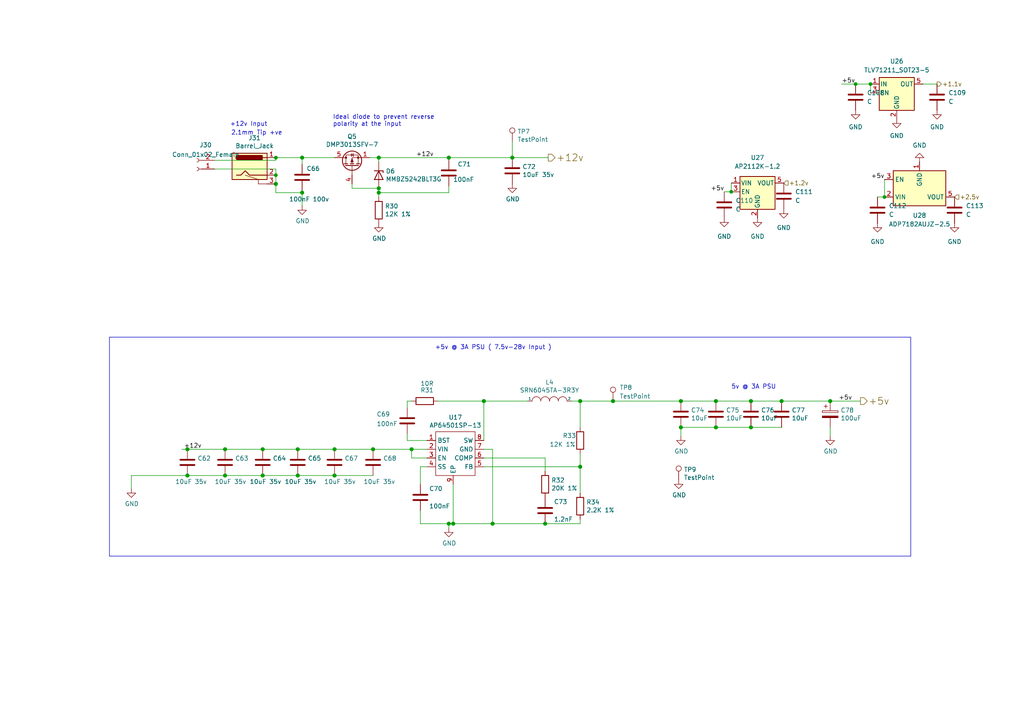
<source format=kicad_sch>
(kicad_sch (version 20210621) (generator eeschema)
  (paper "A4")
  (title_block (title "Compute Module 4 IO Board - PSUs") (company "(c) Raspberry Pi Trading 2020") (comment 1 "www.raspberrypi.org"))
  (lib_symbols
    (symbol "CM4IO:AP64351"
      (property "Reference" "U" (at 0 8.89 0))
      (property "Value" "AP64351" (at 1.27 6.35 0))
      (symbol "AP64351_0_1"
        (rectangle (start -5.08 5.08) (end 6.35 -7.62))
      )
      (symbol "AP64351_1_1"
        (pin passive line (at -7.62 2.54 0) (length 2.54) (name "BST") (number "1"))
        (pin power_in line (at -7.62 0 0) (length 2.54) (name "VIN") (number "2"))
        (pin input line (at -7.62 -2.54 0) (length 2.54) (name "EN") (number "3"))
        (pin input line (at -7.62 -5.08 0) (length 2.54) (name "SS") (number "4"))
        (pin input line (at 8.89 -5.08 180) (length 2.54) (name "FB") (number "5"))
        (pin input line (at 8.89 -2.54 180) (length 2.54) (name "COMP") (number "6"))
        (pin power_in line (at 8.89 0 180) (length 2.54) (name "GND") (number "7"))
        (pin output line (at 8.89 2.54 180) (length 2.54) (name "SW") (number "8"))
        (pin passive line (at 0 -10.16 90) (length 2.54) (name "EP") (number "9"))
      )
    )
    (symbol "CM4IO:Barrel_Jack"
      (property "Reference" "J" (at 0 5.334 0))
      (property "Value" "Barrel_Jack" (at 0 -5.08 0))
      (symbol "Barrel_Jack_0_1"
        (rectangle (start -5.08 3.81) (end 5.08 -3.81) (stroke (width 0.254)) (fill (type background)))
        (arc (start -3.302 3.175) (mid -3.937 2.54) (end -3.302 1.905) (stroke (width 0.254)))
        (arc (start -3.302 3.175) (mid -3.937 2.54) (end -3.302 1.905) (stroke (width 0.254)) (fill (type outline)))
        (polyline (pts (xy 5.08 2.54) (xy 3.81 2.54)) (stroke (width 0.254)))
        (polyline (pts (xy 5.08 -5.08) (xy 2.54 -5.08) (xy 2.54 -3.81) (xy -1.27 -2.54)))
        (polyline (pts (xy -3.81 -2.54) (xy -2.54 -2.54) (xy -1.27 -1.27) (xy 0 -2.54) (xy 2.54 -2.54) (xy 5.08 -2.54)) (stroke (width 0.254)))
        (rectangle (start 3.683 3.175) (end -3.302 1.905) (stroke (width 0.254)) (fill (type outline)))
      )
      (symbol "Barrel_Jack_1_1"
        (pin passive line (at 7.62 2.54 180) (length 2.54) (name "~") (number "1"))
        (pin passive line (at 7.62 -2.54 180) (length 2.54) (name "~") (number "2"))
        (pin passive line (at 7.62 -5.08 180) (length 2.54) (name "~") (number "3"))
      )
    )
    (symbol "Connector:Conn_01x02_Female" (pin_names (offset 1.016) hide)
      (property "Reference" "J" (at 0 2.54 0))
      (property "Value" "Conn_01x02_Female" (at 0 -5.08 0))
      (symbol "Conn_01x02_Female_1_1"
        (arc (start 0 -2.032) (mid -0.508 -2.54) (end 0 -3.048) (stroke (width 0.1524)))
        (polyline (pts (xy -1.27 -2.54) (xy -0.508 -2.54)) (stroke (width 0.1524)))
        (polyline (pts (xy -1.27 0) (xy -0.508 0)) (stroke (width 0.1524)))
        (arc (start 0 0.508) (mid -0.508 0) (end 0 -0.508) (stroke (width 0.1524)))
        (pin passive line (at -5.08 0 0) (length 3.81) (name "Pin_1") (number "1"))
        (pin passive line (at -5.08 -2.54 0) (length 3.81) (name "Pin_2") (number "2"))
      )
    )
    (symbol "Connector:TestPoint" (pin_numbers hide) (pin_names (offset 0.762) hide)
      (property "Reference" "TP" (at 0 6.858 0))
      (property "Value" "TestPoint" (at 0 5.08 0))
      (symbol "TestPoint_0_1"
        (circle (center 0 3.302) (radius 0.762))
      )
      (symbol "TestPoint_1_1"
        (pin passive line (at 0 0 90) (length 2.54) (name "1") (number "1"))
      )
    )
    (symbol "Device:C" (pin_numbers hide) (pin_names (offset 0.254))
      (property "Reference" "C" (at 0.635 2.54 0))
      (property "Value" "C" (at 0.635 -2.54 0))
      (symbol "C_0_1"
        (polyline (pts (xy -2.032 -0.762) (xy 2.032 -0.762)) (stroke (width 0.508)))
        (polyline (pts (xy -2.032 0.762) (xy 2.032 0.762)) (stroke (width 0.508)))
      )
      (symbol "C_1_1"
        (pin passive line (at 0 3.81 270) (length 2.794) (name "~") (number "1"))
        (pin passive line (at 0 -3.81 90) (length 2.794) (name "~") (number "2"))
      )
    )
    (symbol "Device:CP" (pin_numbers hide) (pin_names (offset 0.254))
      (property "Reference" "C" (at 0.635 2.54 0))
      (property "Value" "CP" (at 0.635 -2.54 0))
      (symbol "CP_0_1"
        (rectangle (start -2.286 0.508) (end 2.286 1.016))
        (polyline (pts (xy -1.778 2.286) (xy -0.762 2.286)))
        (polyline (pts (xy -1.27 2.794) (xy -1.27 1.778)))
        (rectangle (start 2.286 -0.508) (end -2.286 -1.016) (fill (type outline)))
      )
      (symbol "CP_1_1"
        (pin passive line (at 0 3.81 270) (length 2.794) (name "~") (number "1"))
        (pin passive line (at 0 -3.81 90) (length 2.794) (name "~") (number "2"))
      )
    )
    (symbol "Device:R" (pin_numbers hide) (pin_names (offset 0))
      (property "Reference" "R" (at 2.032 0 90))
      (property "Value" "R" (at 0 0 90))
      (symbol "R_0_1"
        (rectangle (start -1.016 -2.54) (end 1.016 2.54) (stroke (width 0.254)))
      )
      (symbol "R_1_1"
        (pin passive line (at 0 3.81 270) (length 1.27) (name "~") (number "1"))
        (pin passive line (at 0 -3.81 90) (length 1.27) (name "~") (number "2"))
      )
    )
    (symbol "Diode:BZX84Cxx" (pin_numbers hide) (pin_names hide)
      (property "Reference" "D" (at 0 2.54 0))
      (property "Value" "BZX84Cxx" (at 0 -2.54 0))
      (symbol "BZX84Cxx_0_1"
        (polyline (pts (xy 1.27 0) (xy -1.27 0)))
        (polyline (pts (xy -1.27 -1.27) (xy -1.27 1.27) (xy -0.762 1.27)) (stroke (width 0.254)))
        (polyline (pts (xy 1.27 -1.27) (xy 1.27 1.27) (xy -1.27 0) (xy 1.27 -1.27)) (stroke (width 0.254)))
      )
      (symbol "BZX84Cxx_1_1"
        (pin passive line (at -3.81 0 0) (length 2.54) (name "K") (number "1"))
        (pin passive line (at 3.81 0 180) (length 2.54) (name "A") (number "2"))
      )
    )
    (symbol "Regulator_Linear:ADP7182AUJZ-2.5"
      (property "Reference" "U" (at 0 -7.62 0))
      (property "Value" "ADP7182AUJZ-2.5" (at 0 -6.35 0))
      (symbol "ADP7182AUJZ-2.5_0_1"
        (rectangle (start -7.62 5.08) (end 7.62 -5.08) (stroke (width 0.254)) (fill (type background)))
      )
      (symbol "ADP7182AUJZ-2.5_1_1"
        (pin power_in line (at 0 7.62 270) (length 2.54) (name "GND") (number "1"))
        (pin power_in line (at -10.16 -2.54 0) (length 2.54) (name "VIN") (number "2"))
        (pin input line (at -10.16 2.54 0) (length 2.54) (name "EN") (number "3"))
        (pin no_connect line (at 7.62 0 180) (length 2.54) hide (name "NC") (number "4"))
        (pin power_out line (at 10.16 -2.54 180) (length 2.54) (name "VOUT") (number "5"))
      )
    )
    (symbol "Regulator_Linear:AP2112K-1.2" (pin_names (offset 0.254))
      (property "Reference" "U" (at -5.08 5.715 0))
      (property "Value" "AP2112K-1.2" (at 0 5.715 0))
      (symbol "AP2112K-1.2_0_1"
        (rectangle (start -5.08 4.445) (end 5.08 -5.08) (stroke (width 0.254)) (fill (type background)))
      )
      (symbol "AP2112K-1.2_1_1"
        (pin power_in line (at -7.62 2.54 0) (length 2.54) (name "VIN") (number "1"))
        (pin power_in line (at 0 -7.62 90) (length 2.54) (name "GND") (number "2"))
        (pin input line (at -7.62 0 0) (length 2.54) (name "EN") (number "3"))
        (pin no_connect line (at 5.08 0 180) (length 2.54) hide (name "NC") (number "4"))
        (pin power_out line (at 7.62 2.54 180) (length 2.54) (name "VOUT") (number "5"))
      )
    )
    (symbol "Regulator_Linear:TLV71211_SOT23-5" (pin_names (offset 0.254))
      (property "Reference" "U" (at -3.81 5.715 0))
      (property "Value" "TLV71211_SOT23-5" (at 0 5.715 0))
      (symbol "TLV71211_SOT23-5_0_1"
        (rectangle (start -5.08 4.445) (end 5.08 -5.08) (stroke (width 0.254)) (fill (type background)))
      )
      (symbol "TLV71211_SOT23-5_1_1"
        (pin power_in line (at -7.62 2.54 0) (length 2.54) (name "IN") (number "1"))
        (pin power_in line (at 0 -7.62 90) (length 2.54) (name "GND") (number "2"))
        (pin input line (at -7.62 0 0) (length 2.54) (name "EN") (number "3"))
        (pin no_connect line (at 5.08 0 180) (length 2.54) hide (name "NC") (number "4"))
        (pin power_out line (at 7.62 2.54 180) (length 2.54) (name "OUT") (number "5"))
      )
    )
    (symbol "Transistor_FET:DMP3013SFV" (pin_names hide)
      (property "Reference" "Q" (at 5.08 1.905 0))
      (property "Value" "DMP3013SFV" (at 5.08 0 0))
      (symbol "DMP3013SFV_0_1"
        (polyline (pts (xy 0.254 0) (xy -2.54 0)))
        (polyline (pts (xy 0.254 1.905) (xy 0.254 -1.905)) (stroke (width 0.254)))
        (polyline (pts (xy 0.762 -1.27) (xy 0.762 -2.286)) (stroke (width 0.254)))
        (polyline (pts (xy 0.762 0.508) (xy 0.762 -0.508)) (stroke (width 0.254)))
        (polyline (pts (xy 0.762 2.286) (xy 0.762 1.27)) (stroke (width 0.254)))
        (polyline (pts (xy 2.54 2.54) (xy 2.54 1.778)))
        (polyline (pts (xy 2.54 -2.54) (xy 2.54 0) (xy 0.762 0)))
        (polyline (pts (xy 0.762 1.778) (xy 3.302 1.778) (xy 3.302 -1.778) (xy 0.762 -1.778)))
        (polyline (pts (xy 2.286 0) (xy 1.27 0.381) (xy 1.27 -0.381) (xy 2.286 0)) (fill (type outline)))
        (polyline (pts (xy 2.794 -0.508) (xy 2.921 -0.381) (xy 3.683 -0.381) (xy 3.81 -0.254)))
        (polyline (pts (xy 3.302 -0.381) (xy 2.921 0.254) (xy 3.683 0.254) (xy 3.302 -0.381)))
        (circle (center 1.651 0) (radius 2.794) (stroke (width 0.254)))
        (circle (center 2.54 -1.778) (radius 0.254) (fill (type outline)))
        (circle (center 2.54 1.778) (radius 0.254) (fill (type outline)))
      )
      (symbol "DMP3013SFV_1_1"
        (pin passive line (at 2.54 -5.08 90) (length 2.54) (name "S") (number "1"))
        (pin passive line (at 2.54 -5.08 90) (length 2.54) hide (name "S") (number "2"))
        (pin passive line (at 2.54 -5.08 90) (length 2.54) hide (name "S") (number "3"))
        (pin passive line (at -5.08 0 0) (length 2.54) (name "G") (number "4"))
        (pin passive line (at 2.54 5.08 270) (length 2.54) (name "D") (number "5"))
      )
    )
    (symbol "power:GND" (power) (pin_names (offset 0))
      (property "Value" "GND" (at 0 -3.81 0))
      (symbol "GND_0_1"
        (polyline (pts (xy 0 0) (xy 0 -1.27) (xy 1.27 -1.27) (xy 0 -2.54) (xy -1.27 -1.27) (xy 0 -1.27)))
      )
      (symbol "GND_1_1"
        (pin power_in line (at 0 0 270) (length 0) hide (name "GND") (number "1"))
      )
    )
    (symbol "pspice:INDUCTOR" (pin_numbers hide) (pin_names (offset 0))
      (property "Reference" "L" (at 0 2.54 0))
      (property "Value" "INDUCTOR" (at 0 -1.27 0))
      (symbol "INDUCTOR_0_1"
        (arc (start -2.54 0) (mid -3.81 1.27) (end -5.08 0))
        (arc (start 0 0) (mid -1.27 1.27) (end -2.54 0))
        (arc (start 2.54 0) (mid 1.27 1.27) (end 0 0))
        (arc (start 5.08 0) (mid 3.81 1.27) (end 2.54 0))
      )
      (symbol "INDUCTOR_1_1"
        (pin input line (at -6.35 0 0) (length 1.27) (name "1") (number "1"))
        (pin input line (at 6.35 0 180) (length 1.27) (name "2") (number "2"))
      )
    )
  )
  (junction (at 252.476 24.384))
  (junction (at 168.275 135.382) (diameter 1.016))
  (junction (at 142.875 151.892) (diameter 1.016))
  (junction (at 109.855 54.61) (diameter 1.016))
  (junction (at 80.01 45.72))
  (junction (at 109.855 45.72) (diameter 1.016))
  (junction (at 54.356 137.922) (diameter 1.016))
  (junction (at 130.175 151.892) (diameter 1.016))
  (junction (at 212.09 55.626))
  (junction (at 86.36 137.922) (diameter 1.016))
  (junction (at 65.278 137.922) (diameter 1.016))
  (junction (at 168.275 116.332) (diameter 1.016))
  (junction (at 240.792 116.332) (diameter 1.016))
  (junction (at 177.8 116.332) (diameter 1.016))
  (junction (at 65.278 130.302) (diameter 1.016))
  (junction (at 217.805 116.332) (diameter 1.016))
  (junction (at 87.63 55.88) (diameter 1.016))
  (junction (at 119.38 130.302) (diameter 1.016))
  (junction (at 158.115 151.892) (diameter 1.016))
  (junction (at 131.445 151.892) (diameter 1.016))
  (junction (at 256.54 57.15))
  (junction (at 197.485 116.332) (diameter 1.016))
  (junction (at 80.01 50.8))
  (junction (at 140.335 116.332) (diameter 1.016))
  (junction (at 248.158 24.384))
  (junction (at 148.59 45.72) (diameter 1.016))
  (junction (at 109.855 55.88) (diameter 1.016))
  (junction (at 130.175 45.72) (diameter 1.016))
  (junction (at 97.028 137.922) (diameter 1.016))
  (junction (at 197.485 123.952) (diameter 1.016))
  (junction (at 76.2 130.302) (diameter 1.016))
  (junction (at 97.028 130.302) (diameter 1.016))
  (junction (at 108.204 130.302) (diameter 1.016))
  (junction (at 54.356 130.302) (diameter 1.016))
  (junction (at 226.695 116.332) (diameter 1.016))
  (junction (at 76.2 137.922) (diameter 1.016))
  (junction (at 80.01 53.34) (diameter 1.016))
  (junction (at 217.805 123.952) (diameter 1.016))
  (junction (at 87.63 45.72) (diameter 1.016))
  (junction (at 207.645 123.952) (diameter 1.016))
  (junction (at 207.645 116.332) (diameter 1.016))
  (junction (at 86.36 130.302) (diameter 1.016))
  (wire (pts (xy 97.028 137.922) (xy 108.204 137.922)))
  (wire (pts (xy 62.23 46.482) (xy 80.01 46.482)))
  (wire (pts (xy 80.01 46.482) (xy 80.01 45.72)))
  (wire (pts (xy 217.805 116.332) (xy 226.695 116.332)))
  (wire (pts (xy 86.36 137.922) (xy 97.028 137.922)))
  (wire (pts (xy 168.275 151.892) (xy 168.275 150.622)))
  (wire (pts (xy 158.115 151.892) (xy 168.275 151.892)))
  (wire (pts (xy 87.63 55.245) (xy 87.63 55.88)))
  (wire (pts (xy 87.63 55.88) (xy 87.63 59.69)))
  (wire (pts (xy 127 116.332) (xy 140.335 116.332)))
  (wire (pts (xy 80.01 45.72) (xy 87.63 45.72)))
  (wire (pts (xy 38.1 137.922) (xy 38.1 141.732)))
  (wire (pts (xy 248.158 24.384) (xy 252.476 24.384)))
  (wire (pts (xy 252.476 24.384) (xy 252.476 26.924)))
  (wire (pts (xy 142.875 130.302) (xy 142.875 151.892)))
  (wire (pts (xy 267.716 24.384) (xy 271.78 24.384)))
  (wire (pts (xy 158.115 136.652) (xy 158.115 132.842)))
  (wire (pts (xy 80.01 50.8) (xy 80.01 53.34)))
  (wire (pts (xy 62.23 49.022) (xy 80.01 49.022)))
  (wire (pts (xy 80.01 49.022) (xy 80.01 50.8)))
  (wire (pts (xy 87.63 45.72) (xy 97.028 45.72)))
  (wire (pts (xy 130.175 45.72) (xy 148.59 45.72)))
  (wire (pts (xy 207.645 123.952) (xy 197.485 123.952)))
  (polyline (pts (xy 264.16 97.79) (xy 264.16 161.29)) (stroke (width 0) (type solid)))
  (wire (pts (xy 226.695 116.332) (xy 240.792 116.332)))
  (wire (pts (xy 65.278 137.922) (xy 76.2 137.922)))
  (wire (pts (xy 197.485 116.332) (xy 207.645 116.332)))
  (polyline (pts (xy 31.75 97.79) (xy 264.16 97.79)) (stroke (width 0) (type solid)))
  (wire (pts (xy 130.175 153.162) (xy 130.175 151.892)))
  (wire (pts (xy 123.825 135.382) (xy 121.92 135.382)))
  (wire (pts (xy 140.335 116.332) (xy 140.335 127.762)))
  (wire (pts (xy 131.445 151.892) (xy 142.875 151.892)))
  (wire (pts (xy 118.11 118.237) (xy 118.11 116.332)))
  (wire (pts (xy 76.2 137.922) (xy 86.36 137.922)))
  (wire (pts (xy 130.175 151.892) (xy 131.445 151.892)))
  (wire (pts (xy 142.875 151.892) (xy 158.115 151.892)))
  (wire (pts (xy 197.485 123.952) (xy 197.485 126.492)))
  (wire (pts (xy 212.09 53.086) (xy 212.09 55.626)))
  (wire (pts (xy 254.508 57.15) (xy 256.54 57.15)))
  (wire (pts (xy 140.335 116.332) (xy 153.035 116.332)))
  (wire (pts (xy 54.356 130.302) (xy 65.278 130.302)))
  (wire (pts (xy 102.108 53.34) (xy 102.108 54.61)))
  (wire (pts (xy 119.38 130.302) (xy 119.38 132.842)))
  (wire (pts (xy 109.855 54.61) (xy 109.855 55.88)))
  (wire (pts (xy 107.188 45.72) (xy 109.855 45.72)))
  (wire (pts (xy 140.335 135.382) (xy 168.275 135.382)))
  (wire (pts (xy 38.1 137.922) (xy 54.356 137.922)))
  (polyline (pts (xy 264.16 161.29) (xy 31.75 161.29)) (stroke (width 0) (type solid)))
  (wire (pts (xy 121.92 148.082) (xy 121.92 151.892)))
  (wire (pts (xy 240.792 123.952) (xy 240.792 126.492)))
  (wire (pts (xy 168.275 116.332) (xy 168.275 123.952)))
  (wire (pts (xy 210.058 55.626) (xy 212.09 55.626)))
  (wire (pts (xy 102.108 54.61) (xy 109.855 54.61)))
  (wire (pts (xy 118.11 127.762) (xy 123.825 127.762)))
  (wire (pts (xy 131.445 140.462) (xy 131.445 151.892)))
  (wire (pts (xy 86.36 130.302) (xy 97.028 130.302)))
  (wire (pts (xy 207.645 116.332) (xy 217.805 116.332)))
  (wire (pts (xy 121.92 135.382) (xy 121.92 140.462)))
  (wire (pts (xy 65.278 130.302) (xy 76.2 130.302)))
  (wire (pts (xy 118.11 125.857) (xy 118.11 127.762)))
  (wire (pts (xy 226.695 123.952) (xy 217.805 123.952)))
  (wire (pts (xy 87.63 45.72) (xy 87.63 47.625)))
  (wire (pts (xy 168.275 116.332) (xy 177.8 116.332)))
  (wire (pts (xy 109.855 55.88) (xy 130.175 55.88)))
  (wire (pts (xy 109.855 55.88) (xy 109.855 57.15)))
  (wire (pts (xy 130.175 45.72) (xy 130.175 46.355)))
  (wire (pts (xy 140.335 130.302) (xy 142.875 130.302)))
  (wire (pts (xy 217.805 123.952) (xy 207.645 123.952)))
  (wire (pts (xy 240.792 116.332) (xy 249.555 116.332)))
  (wire (pts (xy 244.094 24.384) (xy 248.158 24.384)))
  (wire (pts (xy 119.38 132.842) (xy 123.825 132.842)))
  (wire (pts (xy 118.11 116.332) (xy 119.38 116.332)))
  (wire (pts (xy 80.01 55.88) (xy 87.63 55.88)))
  (wire (pts (xy 76.2 130.302) (xy 86.36 130.302)))
  (polyline (pts (xy 31.75 97.79) (xy 31.75 161.29)) (stroke (width 0) (type solid)))
  (wire (pts (xy 168.275 131.572) (xy 168.275 135.382)))
  (wire (pts (xy 130.175 55.88) (xy 130.175 53.975)))
  (wire (pts (xy 121.92 151.892) (xy 130.175 151.892)))
  (wire (pts (xy 109.855 45.72) (xy 130.175 45.72)))
  (wire (pts (xy 54.356 137.922) (xy 65.278 137.922)))
  (wire (pts (xy 140.335 132.842) (xy 158.115 132.842)))
  (wire (pts (xy 168.275 135.382) (xy 168.275 143.002)))
  (wire (pts (xy 80.01 55.88) (xy 80.01 53.34)))
  (wire (pts (xy 148.59 45.72) (xy 159.004 45.72)))
  (wire (pts (xy 97.028 130.302) (xy 108.204 130.302)))
  (wire (pts (xy 109.855 45.72) (xy 109.855 46.99)))
  (wire (pts (xy 165.735 116.332) (xy 168.275 116.332)))
  (wire (pts (xy 52.705 130.302) (xy 54.356 130.302)))
  (wire (pts (xy 256.54 52.07) (xy 256.54 57.15)))
  (wire (pts (xy 148.59 41.148) (xy 148.59 45.72)))
  (wire (pts (xy 108.204 130.302) (xy 119.38 130.302)))
  (wire (pts (xy 119.38 130.302) (xy 123.825 130.302)))
  (wire (pts (xy 177.8 116.332) (xy 197.485 116.332)))
  (text "2.1mm Tip +ve" (at 81.915 39.37 180) (effects (font (size 1.27 1.27)) (justify right bottom)))
  (text "Ideal diode to prevent reverse\npolarity at the input" (at 96.52 36.83 0) (effects (font (size 1.27 1.27)) (justify left bottom)))
  (text "+12v Input" (at 66.675 36.83 0) (effects (font (size 1.27 1.27)) (justify left bottom)))
  (text "5v @ 3A PSU\n" (at 212.09 113.03 0) (effects (font (size 1.27 1.27)) (justify left bottom)))
  (text "+5v @ 3A PSU ( 7.5v-28v Input )" (at 160.02 101.6 180) (effects (font (size 1.27 1.27)) (justify right bottom)))
  (label "+12v" (at 120.65 45.72 0))
  (label "+5v" (at 243.205 116.332 0))
  (label "+5v" (at 210.058 55.626 180))
  (label "+5v" (at 256.54 52.07 180))
  (label "+12v" (at 53.34 130.302 0))
  (label "+5v" (at 244.094 24.384 0))
  (hierarchical_label "+1.1v" (shape output) (at 271.78 24.384 0))
  (hierarchical_label "+1.2v" (shape input) (at 227.33 53.086 0))
  (hierarchical_label "+5v" (shape output) (at 249.555 116.332 0) (effects (font (size 2.0066 2.0066))))
  (hierarchical_label "+12v" (shape output) (at 159.004 45.72 0) (effects (font (size 2.0066 2.0066))))
  (hierarchical_label "+2.5v" (shape input) (at 276.86 57.15 0))
  (symbol (lib_id "power:GND") (at 148.59 53.34 0) (unit 1)
    (property "Reference" "#PWR0101" (effects hide))
    (property "Value" "GND" (at 148.717 57.7342 0))
  )
  (symbol (lib_id "power:GND") (at 87.63 59.69 0) (unit 1)
    (property "Reference" "#PWR098" (effects hide))
    (property "Value" "GND" (at 87.757 64.0842 0))
  )
  (symbol (lib_id "Device:C") (at 197.485 120.142 0) (unit 1)
    (property "Reference" "C74" (at 200.406 118.9736 0) (effects (justify left)))
    (property "Value" "10uF" (at 200.406 121.285 0) (effects (justify left)))
    (property "Footprint" "Capacitor_SMD:C_0805_2012Metric" (effects hide))
    (property "Datasheet" "https://search.murata.co.jp/Ceramy/image/img/A01X/G101/ENG/GRM21BR71A106KA73-01.pdf" (effects hide))
    (property "Field5" "490-14381-1-ND" (effects hide))
    (property "Field4" "Digikey" (effects hide))
    (property "Field6" "GRM21BR71A106KA73L" (effects hide))
    (property "Field7" "Murata" (effects hide))
    (property "Part Description" "	10uF 10% 10V Ceramic Capacitor X7R 0805 (2012 Metric)" (effects hide))
    (property "Field8" "111893011" (effects hide))
  )
  (symbol (lib_id "Device:C") (at 207.645 120.142 0) (unit 1)
    (property "Reference" "C75" (at 210.566 118.9736 0) (effects (justify left)))
    (property "Value" "10uF" (at 210.566 121.285 0) (effects (justify left)))
    (property "Footprint" "Capacitor_SMD:C_0805_2012Metric" (effects hide))
    (property "Datasheet" "https://search.murata.co.jp/Ceramy/image/img/A01X/G101/ENG/GRM21BR71A106KA73-01.pdf" (effects hide))
    (property "Field5" "490-14381-1-ND" (effects hide))
    (property "Field4" "Digikey" (effects hide))
    (property "Field6" "GRM21BR71A106KA73L" (effects hide))
    (property "Field7" "Murata" (effects hide))
    (property "Part Description" "	10uF 10% 10V Ceramic Capacitor X7R 0805 (2012 Metric)" (effects hide))
    (property "Field8" "111893011" (effects hide))
  )
  (symbol (lib_id "Device:C") (at 217.805 120.142 0) (unit 1)
    (property "Reference" "C76" (at 220.726 118.9736 0) (effects (justify left)))
    (property "Value" "10uF" (at 220.726 121.285 0) (effects (justify left)))
    (property "Footprint" "Capacitor_SMD:C_0805_2012Metric" (effects hide))
    (property "Datasheet" "https://search.murata.co.jp/Ceramy/image/img/A01X/G101/ENG/GRM21BR71A106KA73-01.pdf" (effects hide))
    (property "Field5" "490-14381-1-ND" (effects hide))
    (property "Field4" "Digikey" (effects hide))
    (property "Field6" "GRM21BR71A106KA73L" (effects hide))
    (property "Field7" "Murata" (effects hide))
    (property "Part Description" "	10uF 10% 10V Ceramic Capacitor X7R 0805 (2012 Metric)" (effects hide))
    (property "Field8" "111893011" (effects hide))
  )
  (symbol (lib_id "Device:C") (at 226.695 120.142 0) (unit 1)
    (property "Reference" "C77" (at 229.616 118.9736 0) (effects (justify left)))
    (property "Value" "10uF" (at 229.616 121.285 0) (effects (justify left)))
    (property "Footprint" "Capacitor_SMD:C_0805_2012Metric" (effects hide))
    (property "Datasheet" "https://search.murata.co.jp/Ceramy/image/img/A01X/G101/ENG/GRM21BR71A106KA73-01.pdf" (effects hide))
    (property "Field5" "490-14381-1-ND" (effects hide))
    (property "Field4" "Digikey" (effects hide))
    (property "Field6" "GRM21BR71A106KA73L" (effects hide))
    (property "Field7" "Murata" (effects hide))
    (property "Part Description" "	10uF 10% 10V Ceramic Capacitor X7R 0805 (2012 Metric)" (effects hide))
    (property "Field8" "111893011" (effects hide))
  )
  (symbol (lib_id "Device:C") (at 87.63 51.435 0) (unit 1)
    (property "Reference" "C66" (at 88.9 48.895 0) (effects (justify left)))
    (property "Value" "100nF 100v" (at 83.82 57.785 0) (effects (justify left)))
    (property "Footprint" "Capacitor_SMD:C_0402_1005Metric" (effects hide))
    (property "Datasheet" "https://psearch.en.murata.com/capacitor/product/GRM155R62A104KE14%23.pdf" (effects hide))
    (property "Field4" "Farnell" (effects hide))
    (property "Field5" "2611907" (effects hide))
    (property "Field6" "GRM155R62A104KE14D" (effects hide))
    (property "Field7" "Murata" (effects hide))
    (property "Part Description" "	0.1uF 10% 100V Ceramic Capacitor X5R 0402 (1005 Metric)" (effects hide))
  )
  (symbol (lib_id "power:GND") (at 109.855 64.77 0) (unit 1)
    (property "Reference" "#PWR099" (effects hide))
    (property "Value" "GND" (at 109.982 69.1642 0))
  )
  (symbol (lib_id "CM4IO:Barrel_Jack") (at 72.39 48.26 0) (unit 1)
    (property "Reference" "J31" (at 73.8378 40.005 0))
    (property "Value" "Barrel_Jack" (at 73.8378 42.3164 0))
    (property "Footprint" "Connector_BarrelJack:BarrelJack_Horizontal" (effects hide))
    (property "Datasheet" "https://www.toby.co.uk/uploads/publications/842.pdf" (effects hide))
    (property "Field4" "Toby" (effects hide))
    (property "Field5" "DC-001-A-2.1mm-R" (effects hide))
    (property "Part Description" "DC Power Connectors PCB 2.1MM" (effects hide))
    (property "Field6" "DC-001-A-2.1mm-R" (effects hide))
    (property "Field7" "Valcon" (effects hide))
  )
  (symbol (lib_id "Diode:BZX84Cxx") (at 109.855 50.8 270) (unit 1)
    (property "Reference" "D6" (at 111.887 49.657 90) (effects (justify left)))
    (property "Value" "MMBZ5242BLT3G" (at 111.887 51.943 90) (effects (justify left)))
    (property "Footprint" "Diode_SMD:D_SOT-23_ANK" (effects hide))
    (property "Datasheet" "https://diotec.com/tl_files/diotec/files/pdf/datasheets/bzx84c2v4.pdf" (effects hide))
    (property "Field4" "Digikey" (effects hide))
    (property "Field5" "	MMBZ5242BLT3GOSCT-ND" (effects hide))
    (property "Field6" "MMBZ5242BLT3G" (effects hide))
    (property "Field7" "Onsemi" (effects hide))
    (property "Part Description" "	Zener Diode 12V 225mW 5% Surface Mount SOT-23-3 (TO-236)" (effects hide))
  )
  (symbol (lib_id "Device:R") (at 109.855 60.96 0) (unit 1)
    (property "Reference" "R30" (at 111.633 59.7916 0) (effects (justify left)))
    (property "Value" "12K 1%" (at 111.633 62.103 0) (effects (justify left)))
    (property "Footprint" "Resistor_SMD:R_0402_1005Metric" (effects hide))
    (property "Datasheet" "https://fscdn.rohm.com/en/products/databook/datasheet/passive/resistor/chip_resistor/mcr-e.pdf" (effects hide))
    (property "Field4" "Farnell" (effects hide))
    (property "Field5" "9239367" (effects hide))
    (property "Field7" "Rohm" (effects hide))
    (property "Field6" "MCR01MZPF1202" (effects hide))
    (property "Part Description" "Resistor 12K M1005 1% 63mW" (effects hide))
  )
  (symbol (lib_id "Device:C") (at 130.175 50.165 0) (unit 1)
    (property "Reference" "C71" (at 132.715 47.625 0) (effects (justify left)))
    (property "Value" "100nF" (at 131.445 52.07 0) (effects (justify left)))
    (property "Footprint" "Capacitor_SMD:C_0402_1005Metric" (effects hide))
    (property "Datasheet" "https://search.murata.co.jp/Ceramy/image/img/A01X/G101/ENG/GRM155R71C104KA88-01.pdf" (effects hide))
    (property "Field4" "Farnell" (effects hide))
    (property "Field5" "2611911" (effects hide))
    (property "Field6" "RM EMK105 B7104KV-F" (effects hide))
    (property "Field7" "TAIYO YUDEN EUROPE GMBH" (effects hide))
    (property "Part Description" "	0.1uF 10% 16V Ceramic Capacitor X7R 0402 (1005 Metric)" (effects hide))
    (property "Field8" "110091611" (effects hide))
  )
  (symbol (lib_id "power:GND") (at 197.485 126.492 0) (unit 1)
    (property "Reference" "#PWR0103" (effects hide))
    (property "Value" "GND" (at 197.612 130.8862 0))
  )
  (symbol (lib_id "Device:C") (at 118.11 122.047 0) (unit 1)
    (property "Reference" "C69" (at 109.22 120.142 0) (effects (justify left)))
    (property "Value" "100nF" (at 109.22 122.936 0) (effects (justify left)))
    (property "Footprint" "Capacitor_SMD:C_0402_1005Metric" (effects hide))
    (property "Datasheet" "https://search.murata.co.jp/Ceramy/image/img/A01X/G101/ENG/GRM155R71C104KA88-01.pdf" (effects hide))
    (property "Field4" "Farnell" (effects hide))
    (property "Field5" "2611911" (effects hide))
    (property "Field6" "RM EMK105 B7104KV-F" (effects hide))
    (property "Field7" "TAIYO YUDEN EUROPE GMBH" (effects hide))
    (property "Part Description" "	0.1uF 10% 16V Ceramic Capacitor X7R 0402 (1005 Metric)" (effects hide))
    (property "Field8" "110091611" (effects hide))
  )
  (symbol (lib_id "Device:R") (at 123.19 116.332 270) (unit 1)
    (property "Reference" "R31" (at 121.92 113.157 90) (effects (justify left)))
    (property "Value" "10R" (at 121.92 111.252 90) (effects (justify left)))
    (property "Footprint" "Resistor_SMD:R_0402_1005Metric" (effects hide))
    (property "Datasheet" "https://fscdn.rohm.com/en/products/databook/datasheet/passive/resistor/chip_resistor/mcr-e.pdf" (effects hide))
    (property "Field4" "Farnell" (effects hide))
    (property "Field5" "9238999" (effects hide))
    (property "Field7" "Yageo" (effects hide))
    (property "Field6" "RC0402FR-0710RL" (effects hide))
    (property "Field8" "URES00256" (effects hide))
    (property "Part Description" "Resistor 10R M1005 1% 63mW" (effects hide))
  )
  (symbol (lib_id "Device:R") (at 168.275 127.762 0) (unit 1)
    (property "Reference" "R33" (at 163.195 126.365 0) (effects (justify left)))
    (property "Value" "12K 1%" (at 159.385 128.905 0) (effects (justify left)))
    (property "Footprint" "Resistor_SMD:R_0402_1005Metric" (effects hide))
    (property "Datasheet" "https://fscdn.rohm.com/en/products/databook/datasheet/passive/resistor/chip_resistor/mcr-e.pdf" (effects hide))
    (property "Field4" "Farnell" (effects hide))
    (property "Field5" "9239367" (effects hide))
    (property "Field7" "Rohm" (effects hide))
    (property "Field6" "MCR01MZPF1202" (effects hide))
    (property "Part Description" "Resistor 12K M1005 1% 63mW" (effects hide))
  )
  (symbol (lib_id "pspice:INDUCTOR") (at 159.385 116.332 0) (unit 1)
    (property "Reference" "L4" (at 159.385 110.871 0))
    (property "Value" "SRN6045TA-3R3Y" (at 159.385 113.1824 0))
    (property "Footprint" "Inductor_SMD:L_Bourns_SRN6045TA" (effects hide))
    (property "Datasheet" "https://www.bourns.com/docs/Product-Datasheets/SRN6045TA.pdf" (effects hide))
    (property "Field4" "Farnell" (effects hide))
    (property "Field5" "2616889" (effects hide))
    (property "Field6" "SRN6045TA-3R3Y" (effects hide))
    (property "Field7" "Bourns" (effects hide))
    (property "Part Description" "3.3µH Semi-Shielded Wirewound Inductor 7.8A 21mOhm Nonstandard" (effects hide))
  )
  (symbol (lib_id "Device:C") (at 158.115 148.082 0) (unit 1)
    (property "Reference" "C73" (at 160.655 145.542 0) (effects (justify left)))
    (property "Value" "1.2nF" (at 160.655 150.622 0) (effects (justify left)))
    (property "Footprint" "Capacitor_SMD:C_0402_1005Metric" (effects hide))
    (property "Datasheet" "http://www.farnell.com/datasheets/2734135.pdf?_ga=2.259347658.1738794919.1588350964-1787849031.1568210898&_gac=1.15394434.1588350964.EAIaIQobChMIgrHHs4yT6QIVxevtCh39TA_nEAAYASAAEgK8PfD_BwE" (effects hide))
    (property "Field4" "Digikey" (effects hide))
    (property "Field5" "490-16429-1-ND" (effects hide))
    (property "Field6" "GCM155R71H122KA37D" (effects hide))
    (property "Field7" "Murata" (effects hide))
    (property "Part Description" "1200pF 10% 10V Ceramic Capacitor X5R 0402 (1005 Metric)" (effects hide))
  )
  (symbol (lib_id "CM4IO:AP64351") (at 131.445 130.302 0) (unit 1)
    (property "Reference" "U17" (at 132.08 121.0564 0))
    (property "Value" "AP64501SP-13" (at 132.08 123.3678 0))
    (property "Footprint" "Package_SO:SOIC-8-1EP_3.9x4.9mm_P1.27mm_EP2.95x4.9mm_Mask2.71x3.4mm_ThermalVias" (effects hide))
    (property "Datasheet" "https://www.diodes.com/assets/Datasheets/AP64501.pdf" (effects hide))
    (property "Field4" "Digikey" (effects hide))
    (property "Field5" "31-AP64501SP-13CT-ND" (effects hide))
    (property "Field6" "AP64501SP-13" (effects hide))
    (property "Field7" "Diodes" (effects hide))
    (property "Part Description" "Buck Switching Regulator IC Positive Adjustable 0.8V 1 Output 5A 8-SOIC (0.154\", 3.90mm Width) Exposed Pad" (effects hide))
  )
  (symbol (lib_id "Device:C") (at 121.92 144.272 0) (unit 1)
    (property "Reference" "C70" (at 124.46 141.732 0) (effects (justify left)))
    (property "Value" "100nF" (at 124.46 146.812 0) (effects (justify left)))
    (property "Footprint" "Capacitor_SMD:C_0402_1005Metric" (effects hide))
    (property "Datasheet" "https://search.murata.co.jp/Ceramy/image/img/A01X/G101/ENG/GRM155R71C104KA88-01.pdf" (effects hide))
    (property "Field4" "Farnell" (effects hide))
    (property "Field5" "2611911" (effects hide))
    (property "Field6" "RM EMK105 B7104KV-F" (effects hide))
    (property "Field7" "TAIYO YUDEN EUROPE GMBH" (effects hide))
    (property "Part Description" "	0.1uF 10% 16V Ceramic Capacitor X7R 0402 (1005 Metric)" (effects hide))
    (property "Field8" "110091611" (effects hide))
  )
  (symbol (lib_id "power:GND") (at 130.175 153.162 0) (unit 1)
    (property "Reference" "#PWR0100" (effects hide))
    (property "Value" "GND" (at 130.302 157.5562 0))
  )
  (symbol (lib_id "Device:R") (at 168.275 146.812 0) (unit 1)
    (property "Reference" "R34" (at 170.053 145.6436 0) (effects (justify left)))
    (property "Value" "2.2K 1%" (at 170.053 147.955 0) (effects (justify left)))
    (property "Footprint" "Resistor_SMD:R_0402_1005Metric" (effects hide))
    (property "Datasheet" "https://fscdn.rohm.com/en/products/databook/datasheet/passive/resistor/chip_resistor/mcr-e.pdf" (effects hide))
    (property "Field4" "Farnell" (effects hide))
    (property "Field5" "9239278" (effects hide))
    (property "Field6" "RK73G1ETQTP2201D         " (effects hide))
    (property "Field7" "KOA EUROPE GMBH" (effects hide))
    (property "Part Description" "Resistor 2.2K M1005 1% 63mW" (effects hide))
    (property "Field8" "120889581" (effects hide))
  )
  (symbol (lib_id "Device:R") (at 158.115 140.462 0) (unit 1)
    (property "Reference" "R32" (at 159.893 139.2936 0) (effects (justify left)))
    (property "Value" "20K 1%" (at 159.893 141.605 0) (effects (justify left)))
    (property "Footprint" "Resistor_SMD:R_0402_1005Metric" (effects hide))
    (property "Datasheet" "https://fscdn.rohm.com/en/products/databook/datasheet/passive/resistor/chip_resistor/mcr-e.pdf" (effects hide))
    (property "Field4" "Farnell" (effects hide))
    (property "Field5" "2331485" (effects hide))
    (property "Field7" "KOA EUROPE GMBH" (effects hide))
    (property "Field6" "RK73H1ETTP2002F" (effects hide))
    (property "Part Description" "Resistor 20K M1005 1% 63mW" (effects hide))
  )
  (symbol (lib_id "power:GND") (at 38.1 141.732 0) (unit 1)
    (property "Reference" "#PWR097" (effects hide))
    (property "Value" "GND" (at 38.227 146.1262 0))
  )
  (symbol (lib_id "Connector:TestPoint") (at 148.59 41.148 0) (unit 1)
    (property "Reference" "TP7" (at 150.0632 38.1508 0) (effects (justify left)))
    (property "Value" "TestPoint" (at 150.0632 40.4622 0) (effects (justify left)))
    (property "Footprint" "TestPoint:TestPoint_Pad_2.0x2.0mm" (effects hide))
    (property "Field4" "nf" (effects hide))
    (property "Field5" "nf" (effects hide))
    (property "Field6" "nf" (effects hide))
    (property "Field7" "nf" (effects hide))
  )
  (symbol (lib_id "Connector:TestPoint") (at 196.85 139.192 0) (unit 1)
    (property "Reference" "TP9" (at 198.3232 136.1948 0) (effects (justify left)))
    (property "Value" "TestPoint" (at 198.3232 138.5062 0) (effects (justify left)))
    (property "Footprint" "TestPoint:TestPoint_Pad_2.0x2.0mm" (effects hide))
    (property "Field4" "nf" (effects hide))
    (property "Field5" "nf" (effects hide))
    (property "Field6" "nf" (effects hide))
    (property "Field7" "nf" (effects hide))
  )
  (symbol (lib_id "power:GND") (at 196.85 139.192 0) (unit 1)
    (property "Reference" "#PWR0102" (effects hide))
    (property "Value" "GND" (at 196.977 143.5862 0))
  )
  (symbol (lib_id "Transistor_FET:DMP3013SFV") (at 102.108 48.26 90) (unit 1)
    (property "Reference" "Q5" (at 102.108 39.5986 90))
    (property "Value" "DMP3013SFV-7" (at 102.108 41.91 90))
    (property "Footprint" "Package_SON:Diodes_PowerDI3333-8" (effects hide))
    (property "Datasheet" "https://www.diodes.com/assets/Datasheets/DMP3013SFV.pdf" (effects hide))
    (property "Field4" "Farnell" (effects hide))
    (property "Field5" "3405192" (effects hide))
    (property "Field6" "DMP3013SFV-7" (effects hide))
    (property "Field7" "Diodes" (effects hide))
    (property "Part Description" "DMP3013SFV-7 -  Power MOSFET, P Channel, 30 V, 12 A, 0.008 ohm, PowerDI3333, Surface Mount" (effects hide))
  )
  (symbol (lib_id "power:GND") (at 240.792 126.492 0) (unit 1)
    (property "Reference" "#PWR0104" (effects hide))
    (property "Value" "GND" (at 240.919 130.8862 0))
  )
  (symbol (lib_id "Device:C") (at 108.204 134.112 0) (unit 1)
    (property "Reference" "C68" (at 111.125 132.9436 0) (effects (justify left)))
    (property "Value" "10uF 35v" (at 105.41 139.7 0) (effects (justify left)))
    (property "Footprint" "Capacitor_SMD:C_0805_2012Metric" (effects hide))
    (property "Datasheet" "https://www.murata.com/en-global/products/productdetail.aspx?partno=GRM21BC8YA106ME11%23" (effects hide))
    (property "Field5" "490-10505-1-ND" (effects hide))
    (property "Field4" "Digikey" (effects hide))
    (property "Field6" "GRM21BC8YA106KE11L " (effects hide))
    (property "Field7" "Murata" (effects hide))
    (property "Part Description" "	10uF 10% or 20% 35V Ceramic Capacitor X6S 0805 (2012 Metric)" (effects hide))
  )
  (symbol (lib_id "Device:C") (at 97.028 134.112 0) (unit 1)
    (property "Reference" "C67" (at 99.949 132.9436 0) (effects (justify left)))
    (property "Value" "10uF 35v" (at 93.98 139.7 0) (effects (justify left)))
    (property "Footprint" "Capacitor_SMD:C_0805_2012Metric" (effects hide))
    (property "Datasheet" "https://www.murata.com/en-global/products/productdetail.aspx?partno=GRM21BC8YA106ME11%23" (effects hide))
    (property "Field5" "490-10505-1-ND" (effects hide))
    (property "Field4" "Digikey" (effects hide))
    (property "Field6" "GRM21BC8YA106KE11L " (effects hide))
    (property "Field7" "Murata" (effects hide))
    (property "Part Description" "	10uF 10% or 20% 35V Ceramic Capacitor X6S 0805 (2012 Metric)" (effects hide))
  )
  (symbol (lib_id "Device:C") (at 86.36 134.112 0) (unit 1)
    (property "Reference" "C65" (at 89.281 132.9436 0) (effects (justify left)))
    (property "Value" "10uF 35v" (at 82.55 139.7 0) (effects (justify left)))
    (property "Footprint" "Capacitor_SMD:C_0805_2012Metric" (effects hide))
    (property "Datasheet" "https://www.murata.com/en-global/products/productdetail.aspx?partno=GRM21BC8YA106ME11%23" (effects hide))
    (property "Field5" "490-10505-1-ND" (effects hide))
    (property "Field4" "Digikey" (effects hide))
    (property "Field6" "GRM21BC8YA106KE11L " (effects hide))
    (property "Field7" "Murata" (effects hide))
    (property "Part Description" "	10uF 10% or 20% 35V Ceramic Capacitor X6S 0805 (2012 Metric)" (effects hide))
  )
  (symbol (lib_id "Device:C") (at 76.2 134.112 0) (unit 1)
    (property "Reference" "C64" (at 79.121 132.9436 0) (effects (justify left)))
    (property "Value" "10uF 35v" (at 72.39 139.7 0) (effects (justify left)))
    (property "Footprint" "Capacitor_SMD:C_0805_2012Metric" (effects hide))
    (property "Datasheet" "https://www.murata.com/en-global/products/productdetail.aspx?partno=GRM21BC8YA106ME11%23" (effects hide))
    (property "Field5" "490-10505-1-ND" (effects hide))
    (property "Field4" "Digikey" (effects hide))
    (property "Field6" "GRM21BC8YA106KE11L " (effects hide))
    (property "Field7" "Murata" (effects hide))
    (property "Part Description" "	10uF 10% or 20% 35V Ceramic Capacitor X6S 0805 (2012 Metric)" (effects hide))
  )
  (symbol (lib_id "Device:C") (at 65.278 134.112 0) (unit 1)
    (property "Reference" "C63" (at 68.199 132.9436 0) (effects (justify left)))
    (property "Value" "10uF 35v" (at 62.23 139.7 0) (effects (justify left)))
    (property "Footprint" "Capacitor_SMD:C_0805_2012Metric" (effects hide))
    (property "Datasheet" "https://www.murata.com/en-global/products/productdetail.aspx?partno=GRM21BC8YA106ME11%23" (effects hide))
    (property "Field5" "490-10505-1-ND" (effects hide))
    (property "Field4" "Digikey" (effects hide))
    (property "Field6" "GRM21BC8YA106KE11L " (effects hide))
    (property "Field7" "Murata" (effects hide))
    (property "Part Description" "	10uF 10% or 20% 35V Ceramic Capacitor X6S 0805 (2012 Metric)" (effects hide))
  )
  (symbol (lib_id "Device:C") (at 54.356 134.112 0) (unit 1)
    (property "Reference" "C62" (at 57.277 132.9436 0) (effects (justify left)))
    (property "Value" "10uF 35v" (at 50.8 139.7 0) (effects (justify left)))
    (property "Footprint" "Capacitor_SMD:C_0805_2012Metric" (effects hide))
    (property "Datasheet" "https://www.murata.com/en-global/products/productdetail.aspx?partno=GRM21BC8YA106ME11%23" (effects hide))
    (property "Field5" "490-10505-1-ND" (effects hide))
    (property "Field4" "Digikey" (effects hide))
    (property "Field6" "GRM21BC8YA106KE11L " (effects hide))
    (property "Field7" "Murata" (effects hide))
    (property "Part Description" "	10uF 10% or 20% 35V Ceramic Capacitor X6S 0805 (2012 Metric)" (effects hide))
  )
  (symbol (lib_id "Device:C") (at 148.59 49.53 0) (unit 1)
    (property "Reference" "C72" (at 151.511 48.3616 0) (effects (justify left)))
    (property "Value" "10uF 35v" (at 151.511 50.673 0) (effects (justify left)))
    (property "Footprint" "Capacitor_SMD:C_0805_2012Metric" (effects hide))
    (property "Datasheet" "https://www.murata.com/en-global/products/productdetail.aspx?partno=GRM21BC8YA106ME11%23" (effects hide))
    (property "Field5" "490-10505-1-ND" (effects hide))
    (property "Field4" "Digikey" (effects hide))
    (property "Field6" "GRM21BC8YA106KE11L " (effects hide))
    (property "Field7" "Murata" (effects hide))
    (property "Part Description" "	10uF 10% or 20% 35V Ceramic Capacitor X6S 0805 (2012 Metric)" (effects hide))
  )
  (symbol (lib_id "power:GND") (at 276.86 64.77 0) (unit 1)
    (property "Reference" "#PWR0152" (effects hide))
    (property "Value" "GND" (at 276.86 70.104 0))
  )
  (symbol (lib_id "Device:C") (at 248.158 28.194 0) (unit 1)
    (property "Reference" "C108" (at 251.46 26.9239 0) (effects (justify left)))
    (property "Value" "C" (at 251.46 29.4639 0) (effects (justify left)))
    (property "Footprint" "Capacitor_SMD:C_0402_1005Metric" (effects hide))
  )
  (symbol (lib_id "power:GND") (at 260.096 34.544 0) (unit 1)
    (property "Reference" "#PWR0148" (effects hide))
    (property "Value" "GND" (at 260.096 39.37 0))
  )
  (symbol (lib_id "Regulator_Linear:AP2112K-1.2") (at 219.71 55.626 0) (unit 1)
    (property "Reference" "U27" (at 219.71 45.72 0))
    (property "Value" "AP2112K-1.2" (at 219.71 48.26 0))
    (property "Footprint" "Package_TO_SOT_SMD:SOT-23-5" (effects hide))
    (property "Datasheet" "https://www.diodes.com/assets/Datasheets/AP2112.pdf" (effects hide))
  )
  (symbol (lib_id "Device:CP") (at 240.792 120.142 0) (unit 1)
    (property "Reference" "C78" (at 243.7892 118.999 0) (effects (justify left)))
    (property "Value" "100uF" (at 243.7892 121.285 0) (effects (justify left)))
    (property "Footprint" "Capacitor_Tantalum_SMD:CP_EIA-7343-31_Kemet-D" (effects hide))
    (property "Field4" "Mouser" (effects hide))
    (property "Field5" "667-EEF-CX0J101R" (effects hide))
    (property "Part Description" "Capacitor, SP-Cap, 100u, 6.3V, 15mR ESR" (effects hide))
  )
  (symbol (lib_id "Connector:TestPoint") (at 177.8 116.332 0) (unit 1)
    (property "Reference" "TP8" (at 179.705 112.395 0) (effects (justify left)))
    (property "Value" "TestPoint" (at 179.705 114.935 0) (effects (justify left)))
    (property "Footprint" "TestPoint:TestPoint_Pad_2.0x2.0mm" (effects hide))
    (property "Field4" "nf" (effects hide))
    (property "Field5" "nf" (effects hide))
    (property "Field6" "nf" (effects hide))
    (property "Field7" "nf" (effects hide))
  )
  (symbol (lib_id "Device:C") (at 227.33 56.896 0) (unit 1)
    (property "Reference" "C111" (at 230.632 55.6259 0) (effects (justify left)))
    (property "Value" "C" (at 230.632 58.1659 0) (effects (justify left)))
    (property "Footprint" "Capacitor_SMD:C_0402_1005Metric" (effects hide))
  )
  (symbol (lib_id "Device:C") (at 271.78 28.194 0) (unit 1)
    (property "Reference" "C109" (at 275.082 26.9239 0) (effects (justify left)))
    (property "Value" "C" (at 275.082 29.4639 0) (effects (justify left)))
    (property "Footprint" "Capacitor_SMD:C_0402_1005Metric" (effects hide))
  )
  (symbol (lib_id "power:GND") (at 219.71 63.246 0) (unit 1)
    (property "Reference" "#PWR0154" (effects hide))
    (property "Value" "GND" (at 219.71 68.58 0))
  )
  (symbol (lib_id "power:GND") (at 210.058 63.246 0) (unit 1)
    (property "Reference" "#PWR0153" (effects hide))
    (property "Value" "GND" (at 210.058 68.58 0))
  )
  (symbol (lib_id "Device:C") (at 210.058 59.436 0) (unit 1)
    (property "Reference" "C110" (at 213.36 58.1659 0) (effects (justify left)))
    (property "Value" "C" (at 213.36 60.7059 0) (effects (justify left)))
    (property "Footprint" "Capacitor_SMD:C_0402_1005Metric" (effects hide))
  )
  (symbol (lib_id "power:GND") (at 254.508 64.77 0) (unit 1)
    (property "Reference" "#PWR0151" (effects hide))
    (property "Value" "GND" (at 254.508 70.104 0))
  )
  (symbol (lib_id "Regulator_Linear:ADP7182AUJZ-2.5") (at 266.7 54.61 0) (unit 1)
    (property "Reference" "U28" (at 266.7 62.484 0))
    (property "Value" "ADP7182AUJZ-2.5" (at 266.7 65.024 0))
    (property "Footprint" "Package_TO_SOT_SMD:TSOT-23-5" (effects hide))
    (property "Datasheet" "https://www.analog.com/media/en/technical-documentation/data-sheets/ADP7182.pdf" (effects hide))
  )
  (symbol (lib_id "power:GND") (at 227.33 60.706 0) (unit 1)
    (property "Reference" "#PWR0155" (effects hide))
    (property "Value" "GND" (at 227.33 66.04 0))
  )
  (symbol (lib_id "power:GND") (at 248.158 32.004 0) (unit 1)
    (property "Reference" "#PWR0147" (effects hide))
    (property "Value" "GND" (at 248.158 36.83 0))
  )
  (symbol (lib_id "power:GND") (at 266.7 46.99 180) (unit 1)
    (property "Reference" "#PWR0150" (effects hide))
    (property "Value" "GND" (at 266.7 42.164 0))
  )
  (symbol (lib_id "Device:C") (at 276.86 60.96 0) (unit 1)
    (property "Reference" "C113" (at 280.162 59.6899 0) (effects (justify left)))
    (property "Value" "C" (at 280.162 62.2299 0) (effects (justify left)))
    (property "Footprint" "Capacitor_SMD:C_0402_1005Metric" (effects hide))
  )
  (symbol (lib_id "Device:C") (at 254.508 60.96 0) (unit 1)
    (property "Reference" "C112" (at 257.81 59.6899 0) (effects (justify left)))
    (property "Value" "C" (at 257.81 62.2299 0) (effects (justify left)))
    (property "Footprint" "Capacitor_SMD:C_0402_1005Metric" (effects hide))
  )
  (symbol (lib_id "Connector:Conn_01x02_Female") (at 57.15 49.022 180) (unit 1)
    (property "Reference" "J30" (at 59.6519 42.0583 0))
    (property "Value" "Conn_01x02_Female" (at 59.6519 44.8334 0))
    (property "Footprint" "Connector_JST:JST_XH_B2B-XH-AM_1x02_P2.50mm_Vertical" (effects hide))
  )
  (symbol (lib_id "power:GND") (at 271.78 32.004 0) (unit 1)
    (property "Reference" "#PWR0149" (effects hide))
    (property "Value" "GND" (at 271.78 36.83 0))
  )
  (symbol (lib_id "Regulator_Linear:TLV71211_SOT23-5") (at 260.096 26.924 0) (unit 1)
    (property "Reference" "U26" (at 260.096 17.78 0))
    (property "Value" "TLV71211_SOT23-5" (at 260.096 20.32 0))
    (property "Footprint" "Package_TO_SOT_SMD:SOT-23-5" (effects hide))
    (property "Datasheet" "http://www.ti.com/lit/ds/symlink/tlv712.pdf" (effects hide))
  )
)
</source>
